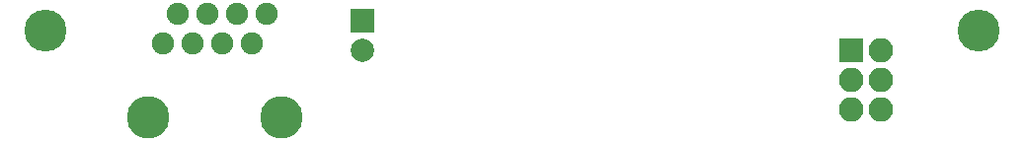
<source format=gbs>
G04 #@! TF.FileFunction,Soldermask,Bot*
%FSLAX46Y46*%
G04 Gerber Fmt 4.6, Leading zero omitted, Abs format (unit mm)*
G04 Created by KiCad (PCBNEW 4.0.7-e2-6376~58~ubuntu17.04.1) date Mon Oct 30 22:15:39 2017*
%MOMM*%
%LPD*%
G01*
G04 APERTURE LIST*
%ADD10C,0.100000*%
%ADD11R,2.000000X2.000000*%
%ADD12C,2.000000*%
%ADD13C,3.650000*%
%ADD14C,1.900000*%
%ADD15R,2.100000X2.100000*%
%ADD16O,2.100000X2.100000*%
%ADD17C,3.600000*%
G04 APERTURE END LIST*
D10*
D11*
X139700000Y-109220000D03*
D12*
X139700000Y-111720000D03*
D13*
X132715000Y-117475000D03*
X121285000Y-117475000D03*
D14*
X131445000Y-108585000D03*
X130175000Y-111125000D03*
X128905000Y-108585000D03*
X127635000Y-111125000D03*
X126365000Y-108585000D03*
X125095000Y-111125000D03*
X123825000Y-108585000D03*
X122555000Y-111125000D03*
D15*
X181610000Y-111760000D03*
D16*
X184150000Y-111760000D03*
X181610000Y-114300000D03*
X184150000Y-114300000D03*
X181610000Y-116840000D03*
X184150000Y-116840000D03*
D17*
X192500000Y-110000000D03*
X112500000Y-110000000D03*
M02*

</source>
